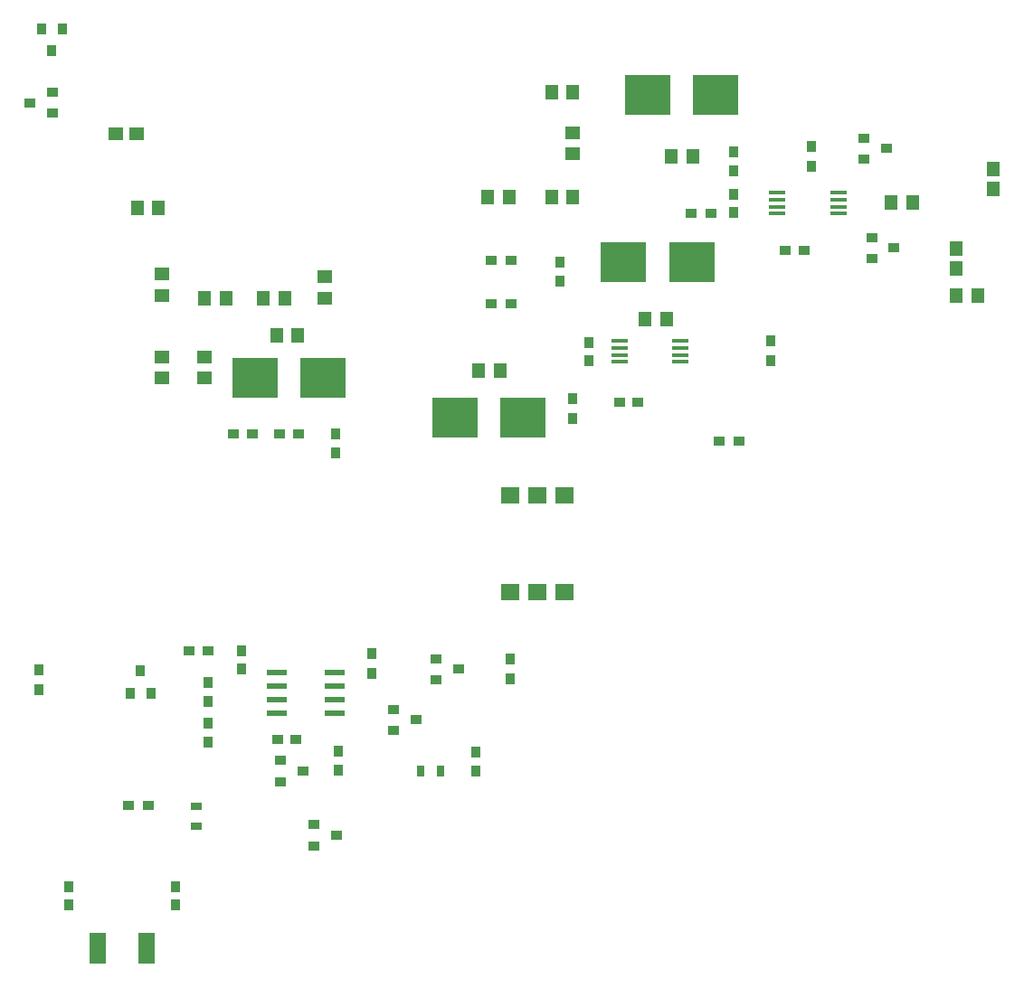
<source format=gtp>
G04 #@! TF.GenerationSoftware,KiCad,Pcbnew,(5.1.10)-1*
G04 #@! TF.CreationDate,2022-04-06T19:53:40-07:00*
G04 #@! TF.ProjectId,RacingTeam,52616369-6e67-4546-9561-6d2e6b696361,rev?*
G04 #@! TF.SameCoordinates,Original*
G04 #@! TF.FileFunction,Paste,Top*
G04 #@! TF.FilePolarity,Positive*
%FSLAX46Y46*%
G04 Gerber Fmt 4.6, Leading zero omitted, Abs format (unit mm)*
G04 Created by KiCad (PCBNEW (5.1.10)-1) date 2022-04-06 19:53:40*
%MOMM*%
%LPD*%
G01*
G04 APERTURE LIST*
%ADD10R,0.950000X0.975000*%
%ADD11R,0.850000X1.000000*%
%ADD12R,0.950000X1.075000*%
%ADD13R,1.000000X0.850000*%
%ADD14R,1.600000X3.000000*%
%ADD15R,0.800000X1.100000*%
%ADD16R,1.100000X0.800000*%
%ADD17R,0.975000X0.950000*%
%ADD18R,1.780000X1.520000*%
%ADD19R,1.570000X0.410000*%
%ADD20R,1.200000X1.400000*%
%ADD21R,1.075000X0.950000*%
%ADD22R,1.970000X0.600000*%
%ADD23R,4.240000X3.810000*%
%ADD24R,1.300000X1.325000*%
%ADD25R,1.400000X1.200000*%
%ADD26R,1.325000X1.300000*%
G04 APERTURE END LIST*
D10*
G04 #@! TO.C,R37*
X121500000Y-95662500D03*
X121500000Y-93837500D03*
G04 #@! TD*
D11*
G04 #@! TO.C,Q9*
X131020000Y-93900000D03*
X130040000Y-96000000D03*
X132000000Y-96000000D03*
G04 #@! TD*
D12*
G04 #@! TO.C,C10*
X134250000Y-115862500D03*
X134250000Y-114137500D03*
G04 #@! TD*
D13*
G04 #@! TO.C,Q4*
X122750000Y-39720000D03*
X122750000Y-41680000D03*
X120650000Y-40700000D03*
G04 #@! TD*
D14*
G04 #@! TO.C,U4*
X131590000Y-119910000D03*
X127010000Y-119910000D03*
G04 #@! TD*
D10*
G04 #@! TO.C,R32*
X162400000Y-103300000D03*
X162400000Y-101475000D03*
G04 #@! TD*
D15*
G04 #@! TO.C,D8*
X159100000Y-103300000D03*
X157200000Y-103300000D03*
G04 #@! TD*
D10*
G04 #@! TO.C,R26*
X165600000Y-92800000D03*
X165600000Y-94625000D03*
G04 #@! TD*
D13*
G04 #@! TO.C,Q5*
X160800000Y-93750000D03*
X158700000Y-92770000D03*
X158700000Y-94730000D03*
G04 #@! TD*
D10*
G04 #@! TO.C,R27*
X152700000Y-94112500D03*
X152700000Y-92287500D03*
G04 #@! TD*
D13*
G04 #@! TO.C,Q8*
X147250000Y-110280000D03*
X147250000Y-108320000D03*
X149350000Y-109300000D03*
G04 #@! TD*
G04 #@! TO.C,Q7*
X144150000Y-104280000D03*
X144150000Y-102320000D03*
X146250000Y-103300000D03*
G04 #@! TD*
D10*
G04 #@! TO.C,R31*
X149500000Y-103250000D03*
X149500000Y-101425000D03*
G04 #@! TD*
D12*
G04 #@! TO.C,C9*
X124300000Y-114137500D03*
X124300000Y-115862500D03*
G04 #@! TD*
D16*
G04 #@! TO.C,D6*
X136250000Y-108500000D03*
X136250000Y-106600000D03*
G04 #@! TD*
D17*
G04 #@! TO.C,R28*
X131750000Y-106500000D03*
X129925000Y-106500000D03*
G04 #@! TD*
D13*
G04 #@! TO.C,Q6*
X156800000Y-98500000D03*
X154700000Y-97520000D03*
X154700000Y-99480000D03*
G04 #@! TD*
D18*
G04 #@! TO.C,U3*
X165660000Y-77495000D03*
X170740000Y-77495000D03*
X168200000Y-77495000D03*
X165660000Y-86505000D03*
X170740000Y-86505000D03*
X168200000Y-86505000D03*
G04 #@! TD*
D12*
G04 #@! TO.C,C3*
X172950000Y-63125000D03*
X172950000Y-64850000D03*
G04 #@! TD*
D19*
G04 #@! TO.C,U2*
X175830000Y-63025000D03*
X175830000Y-63675000D03*
X175830000Y-64325000D03*
X175830000Y-64975000D03*
X181570000Y-64975000D03*
X181570000Y-64325000D03*
X181570000Y-63675000D03*
X181570000Y-63025000D03*
G04 #@! TD*
D20*
G04 #@! TO.C,R36*
X180250000Y-61000000D03*
X178250000Y-61000000D03*
G04 #@! TD*
D10*
G04 #@! TO.C,R5*
X170250000Y-57412500D03*
X170250000Y-55587500D03*
G04 #@! TD*
D21*
G04 #@! TO.C,C8*
X137300000Y-92000000D03*
X135575000Y-92000000D03*
G04 #@! TD*
D22*
G04 #@! TO.C,U6*
X143800000Y-97905000D03*
X143800000Y-96635000D03*
X143800000Y-95365000D03*
X143800000Y-94095000D03*
X149200000Y-94095000D03*
X149200000Y-95365000D03*
X149200000Y-96635000D03*
X149200000Y-97905000D03*
G04 #@! TD*
D21*
G04 #@! TO.C,C5*
X143837500Y-100300000D03*
X145562500Y-100300000D03*
G04 #@! TD*
D12*
G04 #@! TO.C,C6*
X140500000Y-92000000D03*
X140500000Y-93725000D03*
G04 #@! TD*
D10*
G04 #@! TO.C,R30*
X137300000Y-96800000D03*
X137300000Y-94975000D03*
G04 #@! TD*
G04 #@! TO.C,R29*
X137300000Y-100600000D03*
X137300000Y-98775000D03*
G04 #@! TD*
D17*
G04 #@! TO.C,R4*
X165662500Y-55500000D03*
X163837500Y-55500000D03*
G04 #@! TD*
G04 #@! TO.C,R18*
X165700000Y-59500000D03*
X163875000Y-59500000D03*
G04 #@! TD*
D20*
G04 #@! TO.C,R34*
X164650000Y-65750000D03*
X162650000Y-65750000D03*
G04 #@! TD*
D23*
G04 #@! TO.C,F2*
X160420000Y-70200000D03*
X166800000Y-70200000D03*
G04 #@! TD*
D10*
G04 #@! TO.C,R19*
X171450000Y-68425000D03*
X171450000Y-70250000D03*
G04 #@! TD*
D21*
G04 #@! TO.C,C4*
X177562500Y-68750000D03*
X175837500Y-68750000D03*
G04 #@! TD*
D17*
G04 #@! TO.C,R24*
X185187500Y-72400000D03*
X187012500Y-72400000D03*
G04 #@! TD*
D10*
G04 #@! TO.C,R22*
X190000000Y-64850000D03*
X190000000Y-63025000D03*
G04 #@! TD*
D13*
G04 #@! TO.C,Q1*
X201550000Y-54300000D03*
X199450000Y-53320000D03*
X199450000Y-55280000D03*
G04 #@! TD*
D20*
G04 #@! TO.C,R21*
X209400000Y-58800000D03*
X207400000Y-58800000D03*
G04 #@! TD*
D24*
G04 #@! TO.C,D3*
X207400000Y-56250000D03*
X207400000Y-54325000D03*
G04 #@! TD*
D20*
G04 #@! TO.C,R23*
X201300000Y-50000000D03*
X203300000Y-50000000D03*
G04 #@! TD*
D24*
G04 #@! TO.C,D4*
X210800000Y-46875000D03*
X210800000Y-48800000D03*
G04 #@! TD*
D13*
G04 #@! TO.C,Q2*
X200850000Y-45000000D03*
X198750000Y-44020000D03*
X198750000Y-45980000D03*
G04 #@! TD*
D23*
G04 #@! TO.C,F5*
X176220000Y-55600000D03*
X182600000Y-55600000D03*
G04 #@! TD*
D21*
G04 #@! TO.C,C2*
X191387500Y-54500000D03*
X193112500Y-54500000D03*
G04 #@! TD*
D10*
G04 #@! TO.C,R20*
X193800000Y-44825000D03*
X193800000Y-46650000D03*
G04 #@! TD*
D19*
G04 #@! TO.C,U1*
X196370000Y-49125000D03*
X196370000Y-49775000D03*
X196370000Y-50425000D03*
X196370000Y-51075000D03*
X190630000Y-51075000D03*
X190630000Y-50425000D03*
X190630000Y-49775000D03*
X190630000Y-49125000D03*
G04 #@! TD*
D10*
G04 #@! TO.C,R16*
X186550000Y-45287500D03*
X186550000Y-47112500D03*
G04 #@! TD*
D12*
G04 #@! TO.C,C1*
X186500000Y-51000000D03*
X186500000Y-49275000D03*
G04 #@! TD*
D17*
G04 #@! TO.C,R17*
X182575000Y-51050000D03*
X184400000Y-51050000D03*
G04 #@! TD*
D23*
G04 #@! TO.C,F6*
X184880000Y-40000000D03*
X178500000Y-40000000D03*
G04 #@! TD*
D20*
G04 #@! TO.C,R11*
X169500000Y-39750000D03*
X171500000Y-39750000D03*
G04 #@! TD*
G04 #@! TO.C,R35*
X182700000Y-45700000D03*
X180700000Y-45700000D03*
G04 #@! TD*
D25*
G04 #@! TO.C,R10*
X171500000Y-45500000D03*
X171500000Y-43500000D03*
G04 #@! TD*
D20*
G04 #@! TO.C,R9*
X171500000Y-49500000D03*
X169500000Y-49500000D03*
G04 #@! TD*
G04 #@! TO.C,R8*
X165500000Y-49500000D03*
X163500000Y-49500000D03*
G04 #@! TD*
D25*
G04 #@! TO.C,R6*
X148250000Y-57000000D03*
X148250000Y-59000000D03*
G04 #@! TD*
D20*
G04 #@! TO.C,R12*
X142500000Y-59000000D03*
X144500000Y-59000000D03*
G04 #@! TD*
G04 #@! TO.C,R33*
X145750000Y-62500000D03*
X143750000Y-62500000D03*
G04 #@! TD*
D10*
G04 #@! TO.C,R3*
X149300000Y-73500000D03*
X149300000Y-71675000D03*
G04 #@! TD*
D17*
G04 #@! TO.C,R2*
X145825000Y-71700000D03*
X144000000Y-71700000D03*
G04 #@! TD*
G04 #@! TO.C,R1*
X139675000Y-71700000D03*
X141500000Y-71700000D03*
G04 #@! TD*
D23*
G04 #@! TO.C,F1*
X148130000Y-66500000D03*
X141750000Y-66500000D03*
G04 #@! TD*
D25*
G04 #@! TO.C,R14*
X137000000Y-64500000D03*
X137000000Y-66500000D03*
G04 #@! TD*
G04 #@! TO.C,R15*
X133000000Y-66500000D03*
X133000000Y-64500000D03*
G04 #@! TD*
D20*
G04 #@! TO.C,R13*
X137000000Y-59000000D03*
X139000000Y-59000000D03*
G04 #@! TD*
D25*
G04 #@! TO.C,R7*
X133000000Y-58750000D03*
X133000000Y-56750000D03*
G04 #@! TD*
D26*
G04 #@! TO.C,D5*
X128737500Y-43600000D03*
X130662500Y-43600000D03*
G04 #@! TD*
D20*
G04 #@! TO.C,R25*
X130700000Y-50550000D03*
X132700000Y-50550000D03*
G04 #@! TD*
D11*
G04 #@! TO.C,Q3*
X121720000Y-33750000D03*
X123680000Y-33750000D03*
X122700000Y-35850000D03*
G04 #@! TD*
M02*

</source>
